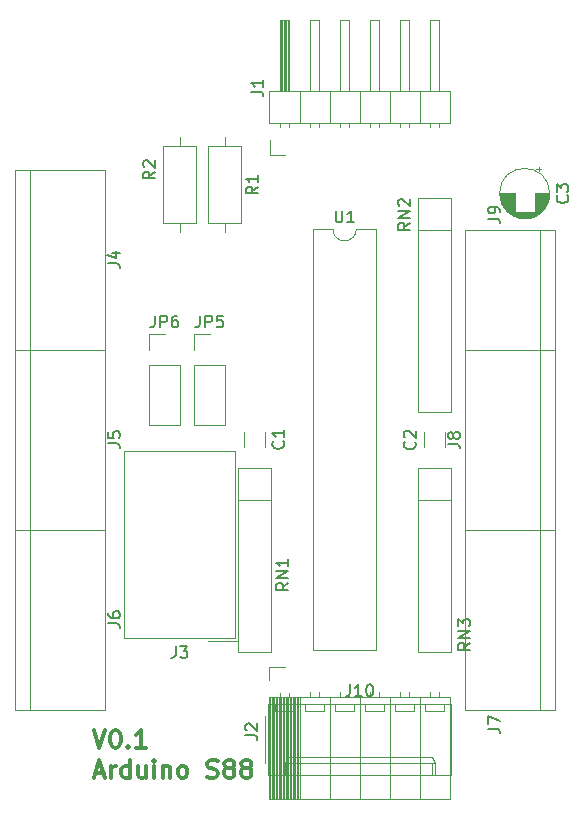
<source format=gto>
G04 #@! TF.GenerationSoftware,KiCad,Pcbnew,(5.0.2)-1*
G04 #@! TF.CreationDate,2019-01-02T23:54:01+01:00*
G04 #@! TF.ProjectId,ArduinoS88,41726475-696e-46f5-9338-382e6b696361,rev?*
G04 #@! TF.SameCoordinates,Original*
G04 #@! TF.FileFunction,Legend,Top*
G04 #@! TF.FilePolarity,Positive*
%FSLAX46Y46*%
G04 Gerber Fmt 4.6, Leading zero omitted, Abs format (unit mm)*
G04 Created by KiCad (PCBNEW (5.0.2)-1) date 02.01.2019 23:54:01*
%MOMM*%
%LPD*%
G01*
G04 APERTURE LIST*
%ADD10C,0.300000*%
%ADD11C,0.120000*%
%ADD12C,0.150000*%
G04 APERTURE END LIST*
D10*
X77807857Y-80453571D02*
X78307857Y-81953571D01*
X78807857Y-80453571D01*
X79593571Y-80453571D02*
X79736428Y-80453571D01*
X79879285Y-80525000D01*
X79950714Y-80596428D01*
X80022142Y-80739285D01*
X80093571Y-81025000D01*
X80093571Y-81382142D01*
X80022142Y-81667857D01*
X79950714Y-81810714D01*
X79879285Y-81882142D01*
X79736428Y-81953571D01*
X79593571Y-81953571D01*
X79450714Y-81882142D01*
X79379285Y-81810714D01*
X79307857Y-81667857D01*
X79236428Y-81382142D01*
X79236428Y-81025000D01*
X79307857Y-80739285D01*
X79379285Y-80596428D01*
X79450714Y-80525000D01*
X79593571Y-80453571D01*
X80736428Y-81810714D02*
X80807857Y-81882142D01*
X80736428Y-81953571D01*
X80665000Y-81882142D01*
X80736428Y-81810714D01*
X80736428Y-81953571D01*
X82236428Y-81953571D02*
X81379285Y-81953571D01*
X81807857Y-81953571D02*
X81807857Y-80453571D01*
X81665000Y-80667857D01*
X81522142Y-80810714D01*
X81379285Y-80882142D01*
X77950714Y-84075000D02*
X78665000Y-84075000D01*
X77807857Y-84503571D02*
X78307857Y-83003571D01*
X78807857Y-84503571D01*
X79307857Y-84503571D02*
X79307857Y-83503571D01*
X79307857Y-83789285D02*
X79379285Y-83646428D01*
X79450714Y-83575000D01*
X79593571Y-83503571D01*
X79736428Y-83503571D01*
X80879285Y-84503571D02*
X80879285Y-83003571D01*
X80879285Y-84432142D02*
X80736428Y-84503571D01*
X80450714Y-84503571D01*
X80307857Y-84432142D01*
X80236428Y-84360714D01*
X80165000Y-84217857D01*
X80165000Y-83789285D01*
X80236428Y-83646428D01*
X80307857Y-83575000D01*
X80450714Y-83503571D01*
X80736428Y-83503571D01*
X80879285Y-83575000D01*
X82236428Y-83503571D02*
X82236428Y-84503571D01*
X81593571Y-83503571D02*
X81593571Y-84289285D01*
X81665000Y-84432142D01*
X81807857Y-84503571D01*
X82022142Y-84503571D01*
X82165000Y-84432142D01*
X82236428Y-84360714D01*
X82950714Y-84503571D02*
X82950714Y-83503571D01*
X82950714Y-83003571D02*
X82879285Y-83075000D01*
X82950714Y-83146428D01*
X83022142Y-83075000D01*
X82950714Y-83003571D01*
X82950714Y-83146428D01*
X83665000Y-83503571D02*
X83665000Y-84503571D01*
X83665000Y-83646428D02*
X83736428Y-83575000D01*
X83879285Y-83503571D01*
X84093571Y-83503571D01*
X84236428Y-83575000D01*
X84307857Y-83717857D01*
X84307857Y-84503571D01*
X85236428Y-84503571D02*
X85093571Y-84432142D01*
X85022142Y-84360714D01*
X84950714Y-84217857D01*
X84950714Y-83789285D01*
X85022142Y-83646428D01*
X85093571Y-83575000D01*
X85236428Y-83503571D01*
X85450714Y-83503571D01*
X85593571Y-83575000D01*
X85665000Y-83646428D01*
X85736428Y-83789285D01*
X85736428Y-84217857D01*
X85665000Y-84360714D01*
X85593571Y-84432142D01*
X85450714Y-84503571D01*
X85236428Y-84503571D01*
X87450714Y-84432142D02*
X87665000Y-84503571D01*
X88022142Y-84503571D01*
X88165000Y-84432142D01*
X88236428Y-84360714D01*
X88307857Y-84217857D01*
X88307857Y-84075000D01*
X88236428Y-83932142D01*
X88165000Y-83860714D01*
X88022142Y-83789285D01*
X87736428Y-83717857D01*
X87593571Y-83646428D01*
X87522142Y-83575000D01*
X87450714Y-83432142D01*
X87450714Y-83289285D01*
X87522142Y-83146428D01*
X87593571Y-83075000D01*
X87736428Y-83003571D01*
X88093571Y-83003571D01*
X88307857Y-83075000D01*
X89165000Y-83646428D02*
X89022142Y-83575000D01*
X88950714Y-83503571D01*
X88879285Y-83360714D01*
X88879285Y-83289285D01*
X88950714Y-83146428D01*
X89022142Y-83075000D01*
X89165000Y-83003571D01*
X89450714Y-83003571D01*
X89593571Y-83075000D01*
X89665000Y-83146428D01*
X89736428Y-83289285D01*
X89736428Y-83360714D01*
X89665000Y-83503571D01*
X89593571Y-83575000D01*
X89450714Y-83646428D01*
X89165000Y-83646428D01*
X89022142Y-83717857D01*
X88950714Y-83789285D01*
X88879285Y-83932142D01*
X88879285Y-84217857D01*
X88950714Y-84360714D01*
X89022142Y-84432142D01*
X89165000Y-84503571D01*
X89450714Y-84503571D01*
X89593571Y-84432142D01*
X89665000Y-84360714D01*
X89736428Y-84217857D01*
X89736428Y-83932142D01*
X89665000Y-83789285D01*
X89593571Y-83717857D01*
X89450714Y-83646428D01*
X90593571Y-83646428D02*
X90450714Y-83575000D01*
X90379285Y-83503571D01*
X90307857Y-83360714D01*
X90307857Y-83289285D01*
X90379285Y-83146428D01*
X90450714Y-83075000D01*
X90593571Y-83003571D01*
X90879285Y-83003571D01*
X91022142Y-83075000D01*
X91093571Y-83146428D01*
X91165000Y-83289285D01*
X91165000Y-83360714D01*
X91093571Y-83503571D01*
X91022142Y-83575000D01*
X90879285Y-83646428D01*
X90593571Y-83646428D01*
X90450714Y-83717857D01*
X90379285Y-83789285D01*
X90307857Y-83932142D01*
X90307857Y-84217857D01*
X90379285Y-84360714D01*
X90450714Y-84432142D01*
X90593571Y-84503571D01*
X90879285Y-84503571D01*
X91022142Y-84432142D01*
X91093571Y-84360714D01*
X91165000Y-84217857D01*
X91165000Y-83932142D01*
X91093571Y-83789285D01*
X91022142Y-83717857D01*
X90879285Y-83646428D01*
D11*
G04 #@! TO.C,J3*
X80415000Y-72660000D02*
X80415000Y-56880000D01*
X80415000Y-56880000D02*
X89765000Y-56880000D01*
X89765000Y-56880000D02*
X89765000Y-72660000D01*
X89765000Y-72660000D02*
X80415000Y-72660000D01*
X90015000Y-72910000D02*
X90015000Y-70370000D01*
X90015000Y-72910000D02*
X87475000Y-72910000D01*
G04 #@! TO.C,U1*
X101710000Y-38040000D02*
X100060000Y-38040000D01*
X101710000Y-73720000D02*
X101710000Y-38040000D01*
X96410000Y-73720000D02*
X101710000Y-73720000D01*
X96410000Y-38040000D02*
X96410000Y-73720000D01*
X98060000Y-38040000D02*
X96410000Y-38040000D01*
X100060000Y-38040000D02*
G75*
G02X98060000Y-38040000I-1000000J0D01*
G01*
G04 #@! TO.C,J2*
X92650000Y-76200000D02*
X92650000Y-75090000D01*
X92650000Y-75090000D02*
X93980000Y-75090000D01*
X92650000Y-86290000D02*
X108010000Y-86290000D01*
X108010000Y-86290000D02*
X108010000Y-77660000D01*
X92650000Y-77660000D02*
X108010000Y-77660000D01*
X92650000Y-86290000D02*
X92650000Y-77660000D01*
X105410000Y-86290000D02*
X105410000Y-77660000D01*
X102870000Y-86290000D02*
X102870000Y-77660000D01*
X100330000Y-86290000D02*
X100330000Y-77660000D01*
X97790000Y-86290000D02*
X97790000Y-77660000D01*
X95250000Y-86290000D02*
X95250000Y-77660000D01*
X107040000Y-77660000D02*
X107040000Y-77250000D01*
X106320000Y-77660000D02*
X106320000Y-77250000D01*
X104500000Y-77660000D02*
X104500000Y-77250000D01*
X103780000Y-77660000D02*
X103780000Y-77250000D01*
X101960000Y-77660000D02*
X101960000Y-77250000D01*
X101240000Y-77660000D02*
X101240000Y-77250000D01*
X99420000Y-77660000D02*
X99420000Y-77250000D01*
X98700000Y-77660000D02*
X98700000Y-77250000D01*
X96880000Y-77660000D02*
X96880000Y-77250000D01*
X96160000Y-77660000D02*
X96160000Y-77250000D01*
X94340000Y-77660000D02*
X94340000Y-77310000D01*
X93620000Y-77660000D02*
X93620000Y-77310000D01*
X95131900Y-86290000D02*
X95131900Y-77660000D01*
X95013805Y-86290000D02*
X95013805Y-77660000D01*
X94895710Y-86290000D02*
X94895710Y-77660000D01*
X94777615Y-86290000D02*
X94777615Y-77660000D01*
X94659520Y-86290000D02*
X94659520Y-77660000D01*
X94541425Y-86290000D02*
X94541425Y-77660000D01*
X94423330Y-86290000D02*
X94423330Y-77660000D01*
X94305235Y-86290000D02*
X94305235Y-77660000D01*
X94187140Y-86290000D02*
X94187140Y-77660000D01*
X94069045Y-86290000D02*
X94069045Y-77660000D01*
X93950950Y-86290000D02*
X93950950Y-77660000D01*
X93832855Y-86290000D02*
X93832855Y-77660000D01*
X93714760Y-86290000D02*
X93714760Y-77660000D01*
X93596665Y-86290000D02*
X93596665Y-77660000D01*
X93478570Y-86290000D02*
X93478570Y-77660000D01*
X93360475Y-86290000D02*
X93360475Y-77660000D01*
X93242380Y-86290000D02*
X93242380Y-77660000D01*
X93124285Y-86290000D02*
X93124285Y-77660000D01*
X93006190Y-86290000D02*
X93006190Y-77660000D01*
X92888095Y-86290000D02*
X92888095Y-77660000D01*
X92770000Y-86290000D02*
X92770000Y-77660000D01*
G04 #@! TO.C,J1*
X92710000Y-31750000D02*
X92710000Y-30480000D01*
X93980000Y-31750000D02*
X92710000Y-31750000D01*
X107060000Y-29437071D02*
X107060000Y-29040000D01*
X106300000Y-29437071D02*
X106300000Y-29040000D01*
X107060000Y-20380000D02*
X107060000Y-26380000D01*
X106300000Y-20380000D02*
X107060000Y-20380000D01*
X106300000Y-26380000D02*
X106300000Y-20380000D01*
X105410000Y-29040000D02*
X105410000Y-26380000D01*
X104520000Y-29437071D02*
X104520000Y-29040000D01*
X103760000Y-29437071D02*
X103760000Y-29040000D01*
X104520000Y-20380000D02*
X104520000Y-26380000D01*
X103760000Y-20380000D02*
X104520000Y-20380000D01*
X103760000Y-26380000D02*
X103760000Y-20380000D01*
X102870000Y-29040000D02*
X102870000Y-26380000D01*
X101980000Y-29437071D02*
X101980000Y-29040000D01*
X101220000Y-29437071D02*
X101220000Y-29040000D01*
X101980000Y-20380000D02*
X101980000Y-26380000D01*
X101220000Y-20380000D02*
X101980000Y-20380000D01*
X101220000Y-26380000D02*
X101220000Y-20380000D01*
X100330000Y-29040000D02*
X100330000Y-26380000D01*
X99440000Y-29437071D02*
X99440000Y-29040000D01*
X98680000Y-29437071D02*
X98680000Y-29040000D01*
X99440000Y-20380000D02*
X99440000Y-26380000D01*
X98680000Y-20380000D02*
X99440000Y-20380000D01*
X98680000Y-26380000D02*
X98680000Y-20380000D01*
X97790000Y-29040000D02*
X97790000Y-26380000D01*
X96900000Y-29437071D02*
X96900000Y-29040000D01*
X96140000Y-29437071D02*
X96140000Y-29040000D01*
X96900000Y-20380000D02*
X96900000Y-26380000D01*
X96140000Y-20380000D02*
X96900000Y-20380000D01*
X96140000Y-26380000D02*
X96140000Y-20380000D01*
X95250000Y-29040000D02*
X95250000Y-26380000D01*
X94360000Y-29370000D02*
X94360000Y-29040000D01*
X93600000Y-29370000D02*
X93600000Y-29040000D01*
X94260000Y-26380000D02*
X94260000Y-20380000D01*
X94140000Y-26380000D02*
X94140000Y-20380000D01*
X94020000Y-26380000D02*
X94020000Y-20380000D01*
X93900000Y-26380000D02*
X93900000Y-20380000D01*
X93780000Y-26380000D02*
X93780000Y-20380000D01*
X93660000Y-26380000D02*
X93660000Y-20380000D01*
X94360000Y-20380000D02*
X94360000Y-26380000D01*
X93600000Y-20380000D02*
X94360000Y-20380000D01*
X93600000Y-26380000D02*
X93600000Y-20380000D01*
X92650000Y-26380000D02*
X92650000Y-29040000D01*
X108010000Y-26380000D02*
X92650000Y-26380000D01*
X108010000Y-29040000D02*
X108010000Y-26380000D01*
X92650000Y-29040000D02*
X108010000Y-29040000D01*
G04 #@! TO.C,RN2*
X108080000Y-38100000D02*
X105280000Y-38100000D01*
X108080000Y-53510000D02*
X108080000Y-35390000D01*
X105280000Y-53510000D02*
X108080000Y-53510000D01*
X105280000Y-35390000D02*
X105280000Y-53510000D01*
X108080000Y-35390000D02*
X105280000Y-35390000D01*
G04 #@! TO.C,C1*
X90520000Y-55231000D02*
X90520000Y-56489000D01*
X92360000Y-55231000D02*
X92360000Y-56489000D01*
G04 #@! TO.C,C2*
X107600000Y-56529000D02*
X107600000Y-55271000D01*
X105760000Y-56529000D02*
X105760000Y-55271000D01*
G04 #@! TO.C,C3*
X115695000Y-32970199D02*
X115295000Y-32970199D01*
X115495000Y-32770199D02*
X115495000Y-33170199D01*
X114670000Y-37121000D02*
X113930000Y-37121000D01*
X114837000Y-37081000D02*
X113763000Y-37081000D01*
X114964000Y-37041000D02*
X113636000Y-37041000D01*
X115068000Y-37001000D02*
X113532000Y-37001000D01*
X115159000Y-36961000D02*
X113441000Y-36961000D01*
X115240000Y-36921000D02*
X113360000Y-36921000D01*
X115313000Y-36881000D02*
X113287000Y-36881000D01*
X115380000Y-36841000D02*
X113220000Y-36841000D01*
X115442000Y-36801000D02*
X113158000Y-36801000D01*
X115500000Y-36761000D02*
X113100000Y-36761000D01*
X115554000Y-36721000D02*
X113046000Y-36721000D01*
X115604000Y-36681000D02*
X112996000Y-36681000D01*
X115651000Y-36641000D02*
X112949000Y-36641000D01*
X113460000Y-36601000D02*
X112904000Y-36601000D01*
X115696000Y-36601000D02*
X115140000Y-36601000D01*
X113460000Y-36561000D02*
X112862000Y-36561000D01*
X115738000Y-36561000D02*
X115140000Y-36561000D01*
X113460000Y-36521000D02*
X112822000Y-36521000D01*
X115778000Y-36521000D02*
X115140000Y-36521000D01*
X113460000Y-36481000D02*
X112784000Y-36481000D01*
X115816000Y-36481000D02*
X115140000Y-36481000D01*
X113460000Y-36441000D02*
X112748000Y-36441000D01*
X115852000Y-36441000D02*
X115140000Y-36441000D01*
X113460000Y-36401000D02*
X112713000Y-36401000D01*
X115887000Y-36401000D02*
X115140000Y-36401000D01*
X113460000Y-36361000D02*
X112681000Y-36361000D01*
X115919000Y-36361000D02*
X115140000Y-36361000D01*
X113460000Y-36321000D02*
X112650000Y-36321000D01*
X115950000Y-36321000D02*
X115140000Y-36321000D01*
X113460000Y-36281000D02*
X112620000Y-36281000D01*
X115980000Y-36281000D02*
X115140000Y-36281000D01*
X113460000Y-36241000D02*
X112592000Y-36241000D01*
X116008000Y-36241000D02*
X115140000Y-36241000D01*
X113460000Y-36201000D02*
X112565000Y-36201000D01*
X116035000Y-36201000D02*
X115140000Y-36201000D01*
X113460000Y-36161000D02*
X112540000Y-36161000D01*
X116060000Y-36161000D02*
X115140000Y-36161000D01*
X113460000Y-36121000D02*
X112515000Y-36121000D01*
X116085000Y-36121000D02*
X115140000Y-36121000D01*
X113460000Y-36081000D02*
X112492000Y-36081000D01*
X116108000Y-36081000D02*
X115140000Y-36081000D01*
X113460000Y-36041000D02*
X112470000Y-36041000D01*
X116130000Y-36041000D02*
X115140000Y-36041000D01*
X113460000Y-36001000D02*
X112449000Y-36001000D01*
X116151000Y-36001000D02*
X115140000Y-36001000D01*
X113460000Y-35961000D02*
X112430000Y-35961000D01*
X116170000Y-35961000D02*
X115140000Y-35961000D01*
X113460000Y-35921000D02*
X112411000Y-35921000D01*
X116189000Y-35921000D02*
X115140000Y-35921000D01*
X113460000Y-35881000D02*
X112393000Y-35881000D01*
X116207000Y-35881000D02*
X115140000Y-35881000D01*
X113460000Y-35841000D02*
X112376000Y-35841000D01*
X116224000Y-35841000D02*
X115140000Y-35841000D01*
X113460000Y-35801000D02*
X112360000Y-35801000D01*
X116240000Y-35801000D02*
X115140000Y-35801000D01*
X113460000Y-35761000D02*
X112346000Y-35761000D01*
X116254000Y-35761000D02*
X115140000Y-35761000D01*
X113460000Y-35720000D02*
X112332000Y-35720000D01*
X116268000Y-35720000D02*
X115140000Y-35720000D01*
X113460000Y-35680000D02*
X112318000Y-35680000D01*
X116282000Y-35680000D02*
X115140000Y-35680000D01*
X113460000Y-35640000D02*
X112306000Y-35640000D01*
X116294000Y-35640000D02*
X115140000Y-35640000D01*
X113460000Y-35600000D02*
X112295000Y-35600000D01*
X116305000Y-35600000D02*
X115140000Y-35600000D01*
X113460000Y-35560000D02*
X112284000Y-35560000D01*
X116316000Y-35560000D02*
X115140000Y-35560000D01*
X113460000Y-35520000D02*
X112275000Y-35520000D01*
X116325000Y-35520000D02*
X115140000Y-35520000D01*
X113460000Y-35480000D02*
X112266000Y-35480000D01*
X116334000Y-35480000D02*
X115140000Y-35480000D01*
X113460000Y-35440000D02*
X112258000Y-35440000D01*
X116342000Y-35440000D02*
X115140000Y-35440000D01*
X113460000Y-35400000D02*
X112250000Y-35400000D01*
X116350000Y-35400000D02*
X115140000Y-35400000D01*
X113460000Y-35360000D02*
X112244000Y-35360000D01*
X116356000Y-35360000D02*
X115140000Y-35360000D01*
X113460000Y-35320000D02*
X112238000Y-35320000D01*
X116362000Y-35320000D02*
X115140000Y-35320000D01*
X113460000Y-35280000D02*
X112233000Y-35280000D01*
X116367000Y-35280000D02*
X115140000Y-35280000D01*
X113460000Y-35240000D02*
X112229000Y-35240000D01*
X116371000Y-35240000D02*
X115140000Y-35240000D01*
X113460000Y-35200000D02*
X112226000Y-35200000D01*
X116374000Y-35200000D02*
X115140000Y-35200000D01*
X113460000Y-35160000D02*
X112223000Y-35160000D01*
X116377000Y-35160000D02*
X115140000Y-35160000D01*
X116379000Y-35120000D02*
X115140000Y-35120000D01*
X113460000Y-35120000D02*
X112221000Y-35120000D01*
X116380000Y-35080000D02*
X115140000Y-35080000D01*
X113460000Y-35080000D02*
X112220000Y-35080000D01*
X116380000Y-35040000D02*
X115140000Y-35040000D01*
X113460000Y-35040000D02*
X112220000Y-35040000D01*
X116420000Y-35040000D02*
G75*
G03X116420000Y-35040000I-2120000J0D01*
G01*
G04 #@! TO.C,J4*
X71120000Y-33020000D02*
X71120000Y-48260000D01*
X78740000Y-33020000D02*
X78740000Y-48260000D01*
X72390000Y-33020000D02*
X72390000Y-48260000D01*
X71120000Y-48260000D02*
X78740000Y-48260000D01*
X71120000Y-33020000D02*
X78740000Y-33020000D01*
G04 #@! TO.C,J5*
X71120000Y-48260000D02*
X71120000Y-63500000D01*
X78740000Y-48260000D02*
X78740000Y-63500000D01*
X72390000Y-48260000D02*
X72390000Y-63500000D01*
X71120000Y-63500000D02*
X78740000Y-63500000D01*
X71120000Y-48260000D02*
X78740000Y-48260000D01*
G04 #@! TO.C,J6*
X71120000Y-63500000D02*
X71120000Y-78740000D01*
X78740000Y-63500000D02*
X78740000Y-78740000D01*
X72390000Y-63500000D02*
X72390000Y-78740000D01*
X71120000Y-78740000D02*
X78740000Y-78740000D01*
X71120000Y-63500000D02*
X78740000Y-63500000D01*
G04 #@! TO.C,J7*
X116840000Y-78740000D02*
X116840000Y-63500000D01*
X109220000Y-78740000D02*
X109220000Y-63500000D01*
X115570000Y-78740000D02*
X115570000Y-63500000D01*
X116840000Y-63500000D02*
X109220000Y-63500000D01*
X116840000Y-78740000D02*
X109220000Y-78740000D01*
G04 #@! TO.C,J8*
X116840000Y-63500000D02*
X116840000Y-48260000D01*
X109220000Y-63500000D02*
X109220000Y-48260000D01*
X115570000Y-63500000D02*
X115570000Y-48260000D01*
X116840000Y-48260000D02*
X109220000Y-48260000D01*
X116840000Y-63500000D02*
X109220000Y-63500000D01*
G04 #@! TO.C,J9*
X116840000Y-48260000D02*
X116840000Y-38100000D01*
X109220000Y-48260000D02*
X116840000Y-48260000D01*
X109220000Y-38100000D02*
X109220000Y-48260000D01*
X116840000Y-38100000D02*
X109220000Y-38100000D01*
X115570000Y-38100000D02*
X115570000Y-48260000D01*
G04 #@! TO.C,JP5*
X86300000Y-46930000D02*
X87630000Y-46930000D01*
X86300000Y-48260000D02*
X86300000Y-46930000D01*
X86300000Y-49530000D02*
X88960000Y-49530000D01*
X88960000Y-49530000D02*
X88960000Y-54670000D01*
X86300000Y-49530000D02*
X86300000Y-54670000D01*
X86300000Y-54670000D02*
X88960000Y-54670000D01*
G04 #@! TO.C,JP6*
X82490000Y-46930000D02*
X83820000Y-46930000D01*
X82490000Y-48260000D02*
X82490000Y-46930000D01*
X82490000Y-49530000D02*
X85150000Y-49530000D01*
X85150000Y-49530000D02*
X85150000Y-54670000D01*
X82490000Y-49530000D02*
X82490000Y-54670000D01*
X82490000Y-54670000D02*
X85150000Y-54670000D01*
G04 #@! TO.C,R1*
X88900000Y-38330000D02*
X88900000Y-37560000D01*
X88900000Y-30250000D02*
X88900000Y-31020000D01*
X90270000Y-37560000D02*
X90270000Y-31020000D01*
X87530000Y-37560000D02*
X90270000Y-37560000D01*
X87530000Y-31020000D02*
X87530000Y-37560000D01*
X90270000Y-31020000D02*
X87530000Y-31020000D01*
G04 #@! TO.C,R2*
X85090000Y-38330000D02*
X85090000Y-37560000D01*
X85090000Y-30250000D02*
X85090000Y-31020000D01*
X86460000Y-37560000D02*
X86460000Y-31020000D01*
X83720000Y-37560000D02*
X86460000Y-37560000D01*
X83720000Y-31020000D02*
X83720000Y-37560000D01*
X86460000Y-31020000D02*
X83720000Y-31020000D01*
G04 #@! TO.C,RN1*
X92840000Y-60960000D02*
X90040000Y-60960000D01*
X92840000Y-73830000D02*
X92840000Y-58250000D01*
X90040000Y-73830000D02*
X92840000Y-73830000D01*
X90040000Y-58250000D02*
X90040000Y-73830000D01*
X92840000Y-58250000D02*
X90040000Y-58250000D01*
G04 #@! TO.C,RN3*
X108080000Y-58250000D02*
X105280000Y-58250000D01*
X105280000Y-58250000D02*
X105280000Y-73830000D01*
X105280000Y-73830000D02*
X108080000Y-73830000D01*
X108080000Y-73830000D02*
X108080000Y-58250000D01*
X108080000Y-60960000D02*
X105280000Y-60960000D01*
G04 #@! TO.C,J10*
X92600000Y-78250000D02*
X92600000Y-84270000D01*
X92600000Y-84270000D02*
X108060000Y-84270000D01*
X108060000Y-84270000D02*
X108060000Y-78250000D01*
X108060000Y-78250000D02*
X92600000Y-78250000D01*
X92310000Y-79280000D02*
X92310000Y-83280000D01*
X93980000Y-84270000D02*
X93980000Y-83270000D01*
X93980000Y-83270000D02*
X106680000Y-83270000D01*
X106680000Y-83270000D02*
X106680000Y-84270000D01*
X93980000Y-83270000D02*
X94230000Y-82740000D01*
X94230000Y-82740000D02*
X106430000Y-82740000D01*
X106430000Y-82740000D02*
X106680000Y-83270000D01*
X94230000Y-84270000D02*
X94230000Y-83270000D01*
X106430000Y-84270000D02*
X106430000Y-83270000D01*
X93180000Y-78250000D02*
X93180000Y-78850000D01*
X93180000Y-78850000D02*
X94780000Y-78850000D01*
X94780000Y-78850000D02*
X94780000Y-78250000D01*
X95720000Y-78250000D02*
X95720000Y-78850000D01*
X95720000Y-78850000D02*
X97320000Y-78850000D01*
X97320000Y-78850000D02*
X97320000Y-78250000D01*
X98260000Y-78250000D02*
X98260000Y-78850000D01*
X98260000Y-78850000D02*
X99860000Y-78850000D01*
X99860000Y-78850000D02*
X99860000Y-78250000D01*
X100800000Y-78250000D02*
X100800000Y-78850000D01*
X100800000Y-78850000D02*
X102400000Y-78850000D01*
X102400000Y-78850000D02*
X102400000Y-78250000D01*
X103340000Y-78250000D02*
X103340000Y-78850000D01*
X103340000Y-78850000D02*
X104940000Y-78850000D01*
X104940000Y-78850000D02*
X104940000Y-78250000D01*
X105880000Y-78250000D02*
X105880000Y-78850000D01*
X105880000Y-78850000D02*
X107480000Y-78850000D01*
X107480000Y-78850000D02*
X107480000Y-78250000D01*
G04 #@! TO.C,J3*
D12*
X84756666Y-73366380D02*
X84756666Y-74080666D01*
X84709047Y-74223523D01*
X84613809Y-74318761D01*
X84470952Y-74366380D01*
X84375714Y-74366380D01*
X85137619Y-73366380D02*
X85756666Y-73366380D01*
X85423333Y-73747333D01*
X85566190Y-73747333D01*
X85661428Y-73794952D01*
X85709047Y-73842571D01*
X85756666Y-73937809D01*
X85756666Y-74175904D01*
X85709047Y-74271142D01*
X85661428Y-74318761D01*
X85566190Y-74366380D01*
X85280476Y-74366380D01*
X85185238Y-74318761D01*
X85137619Y-74271142D01*
G04 #@! TO.C,U1*
X98298095Y-36492380D02*
X98298095Y-37301904D01*
X98345714Y-37397142D01*
X98393333Y-37444761D01*
X98488571Y-37492380D01*
X98679047Y-37492380D01*
X98774285Y-37444761D01*
X98821904Y-37397142D01*
X98869523Y-37301904D01*
X98869523Y-36492380D01*
X99869523Y-37492380D02*
X99298095Y-37492380D01*
X99583809Y-37492380D02*
X99583809Y-36492380D01*
X99488571Y-36635238D01*
X99393333Y-36730476D01*
X99298095Y-36778095D01*
G04 #@! TO.C,J2*
X90662380Y-80913333D02*
X91376666Y-80913333D01*
X91519523Y-80960952D01*
X91614761Y-81056190D01*
X91662380Y-81199047D01*
X91662380Y-81294285D01*
X90757619Y-80484761D02*
X90710000Y-80437142D01*
X90662380Y-80341904D01*
X90662380Y-80103809D01*
X90710000Y-80008571D01*
X90757619Y-79960952D01*
X90852857Y-79913333D01*
X90948095Y-79913333D01*
X91090952Y-79960952D01*
X91662380Y-80532380D01*
X91662380Y-79913333D01*
G04 #@! TO.C,J1*
X91162380Y-26428333D02*
X91876666Y-26428333D01*
X92019523Y-26475952D01*
X92114761Y-26571190D01*
X92162380Y-26714047D01*
X92162380Y-26809285D01*
X92162380Y-25428333D02*
X92162380Y-25999761D01*
X92162380Y-25714047D02*
X91162380Y-25714047D01*
X91305238Y-25809285D01*
X91400476Y-25904523D01*
X91448095Y-25999761D01*
G04 #@! TO.C,RN2*
X104592380Y-37520476D02*
X104116190Y-37853809D01*
X104592380Y-38091904D02*
X103592380Y-38091904D01*
X103592380Y-37710952D01*
X103640000Y-37615714D01*
X103687619Y-37568095D01*
X103782857Y-37520476D01*
X103925714Y-37520476D01*
X104020952Y-37568095D01*
X104068571Y-37615714D01*
X104116190Y-37710952D01*
X104116190Y-38091904D01*
X104592380Y-37091904D02*
X103592380Y-37091904D01*
X104592380Y-36520476D01*
X103592380Y-36520476D01*
X103687619Y-36091904D02*
X103640000Y-36044285D01*
X103592380Y-35949047D01*
X103592380Y-35710952D01*
X103640000Y-35615714D01*
X103687619Y-35568095D01*
X103782857Y-35520476D01*
X103878095Y-35520476D01*
X104020952Y-35568095D01*
X104592380Y-36139523D01*
X104592380Y-35520476D01*
G04 #@! TO.C,C1*
X93847142Y-56026666D02*
X93894761Y-56074285D01*
X93942380Y-56217142D01*
X93942380Y-56312380D01*
X93894761Y-56455238D01*
X93799523Y-56550476D01*
X93704285Y-56598095D01*
X93513809Y-56645714D01*
X93370952Y-56645714D01*
X93180476Y-56598095D01*
X93085238Y-56550476D01*
X92990000Y-56455238D01*
X92942380Y-56312380D01*
X92942380Y-56217142D01*
X92990000Y-56074285D01*
X93037619Y-56026666D01*
X93942380Y-55074285D02*
X93942380Y-55645714D01*
X93942380Y-55360000D02*
X92942380Y-55360000D01*
X93085238Y-55455238D01*
X93180476Y-55550476D01*
X93228095Y-55645714D01*
G04 #@! TO.C,C2*
X104987142Y-56066666D02*
X105034761Y-56114285D01*
X105082380Y-56257142D01*
X105082380Y-56352380D01*
X105034761Y-56495238D01*
X104939523Y-56590476D01*
X104844285Y-56638095D01*
X104653809Y-56685714D01*
X104510952Y-56685714D01*
X104320476Y-56638095D01*
X104225238Y-56590476D01*
X104130000Y-56495238D01*
X104082380Y-56352380D01*
X104082380Y-56257142D01*
X104130000Y-56114285D01*
X104177619Y-56066666D01*
X104177619Y-55685714D02*
X104130000Y-55638095D01*
X104082380Y-55542857D01*
X104082380Y-55304761D01*
X104130000Y-55209523D01*
X104177619Y-55161904D01*
X104272857Y-55114285D01*
X104368095Y-55114285D01*
X104510952Y-55161904D01*
X105082380Y-55733333D01*
X105082380Y-55114285D01*
G04 #@! TO.C,C3*
X117907142Y-35206666D02*
X117954761Y-35254285D01*
X118002380Y-35397142D01*
X118002380Y-35492380D01*
X117954761Y-35635238D01*
X117859523Y-35730476D01*
X117764285Y-35778095D01*
X117573809Y-35825714D01*
X117430952Y-35825714D01*
X117240476Y-35778095D01*
X117145238Y-35730476D01*
X117050000Y-35635238D01*
X117002380Y-35492380D01*
X117002380Y-35397142D01*
X117050000Y-35254285D01*
X117097619Y-35206666D01*
X117002380Y-34873333D02*
X117002380Y-34254285D01*
X117383333Y-34587619D01*
X117383333Y-34444761D01*
X117430952Y-34349523D01*
X117478571Y-34301904D01*
X117573809Y-34254285D01*
X117811904Y-34254285D01*
X117907142Y-34301904D01*
X117954761Y-34349523D01*
X118002380Y-34444761D01*
X118002380Y-34730476D01*
X117954761Y-34825714D01*
X117907142Y-34873333D01*
G04 #@! TO.C,J4*
X79032380Y-40943333D02*
X79746666Y-40943333D01*
X79889523Y-40990952D01*
X79984761Y-41086190D01*
X80032380Y-41229047D01*
X80032380Y-41324285D01*
X79365714Y-40038571D02*
X80032380Y-40038571D01*
X78984761Y-40276666D02*
X79699047Y-40514761D01*
X79699047Y-39895714D01*
G04 #@! TO.C,J5*
X79032380Y-56183333D02*
X79746666Y-56183333D01*
X79889523Y-56230952D01*
X79984761Y-56326190D01*
X80032380Y-56469047D01*
X80032380Y-56564285D01*
X79032380Y-55230952D02*
X79032380Y-55707142D01*
X79508571Y-55754761D01*
X79460952Y-55707142D01*
X79413333Y-55611904D01*
X79413333Y-55373809D01*
X79460952Y-55278571D01*
X79508571Y-55230952D01*
X79603809Y-55183333D01*
X79841904Y-55183333D01*
X79937142Y-55230952D01*
X79984761Y-55278571D01*
X80032380Y-55373809D01*
X80032380Y-55611904D01*
X79984761Y-55707142D01*
X79937142Y-55754761D01*
G04 #@! TO.C,J6*
X79032380Y-71423333D02*
X79746666Y-71423333D01*
X79889523Y-71470952D01*
X79984761Y-71566190D01*
X80032380Y-71709047D01*
X80032380Y-71804285D01*
X79032380Y-70518571D02*
X79032380Y-70709047D01*
X79080000Y-70804285D01*
X79127619Y-70851904D01*
X79270476Y-70947142D01*
X79460952Y-70994761D01*
X79841904Y-70994761D01*
X79937142Y-70947142D01*
X79984761Y-70899523D01*
X80032380Y-70804285D01*
X80032380Y-70613809D01*
X79984761Y-70518571D01*
X79937142Y-70470952D01*
X79841904Y-70423333D01*
X79603809Y-70423333D01*
X79508571Y-70470952D01*
X79460952Y-70518571D01*
X79413333Y-70613809D01*
X79413333Y-70804285D01*
X79460952Y-70899523D01*
X79508571Y-70947142D01*
X79603809Y-70994761D01*
G04 #@! TO.C,J7*
X111212380Y-80343333D02*
X111926666Y-80343333D01*
X112069523Y-80390952D01*
X112164761Y-80486190D01*
X112212380Y-80629047D01*
X112212380Y-80724285D01*
X111212380Y-79962380D02*
X111212380Y-79295714D01*
X112212380Y-79724285D01*
G04 #@! TO.C,J8*
X107832380Y-56243333D02*
X108546666Y-56243333D01*
X108689523Y-56290952D01*
X108784761Y-56386190D01*
X108832380Y-56529047D01*
X108832380Y-56624285D01*
X108260952Y-55624285D02*
X108213333Y-55719523D01*
X108165714Y-55767142D01*
X108070476Y-55814761D01*
X108022857Y-55814761D01*
X107927619Y-55767142D01*
X107880000Y-55719523D01*
X107832380Y-55624285D01*
X107832380Y-55433809D01*
X107880000Y-55338571D01*
X107927619Y-55290952D01*
X108022857Y-55243333D01*
X108070476Y-55243333D01*
X108165714Y-55290952D01*
X108213333Y-55338571D01*
X108260952Y-55433809D01*
X108260952Y-55624285D01*
X108308571Y-55719523D01*
X108356190Y-55767142D01*
X108451428Y-55814761D01*
X108641904Y-55814761D01*
X108737142Y-55767142D01*
X108784761Y-55719523D01*
X108832380Y-55624285D01*
X108832380Y-55433809D01*
X108784761Y-55338571D01*
X108737142Y-55290952D01*
X108641904Y-55243333D01*
X108451428Y-55243333D01*
X108356190Y-55290952D01*
X108308571Y-55338571D01*
X108260952Y-55433809D01*
G04 #@! TO.C,J9*
X111212380Y-37163333D02*
X111926666Y-37163333D01*
X112069523Y-37210952D01*
X112164761Y-37306190D01*
X112212380Y-37449047D01*
X112212380Y-37544285D01*
X112212380Y-36639523D02*
X112212380Y-36449047D01*
X112164761Y-36353809D01*
X112117142Y-36306190D01*
X111974285Y-36210952D01*
X111783809Y-36163333D01*
X111402857Y-36163333D01*
X111307619Y-36210952D01*
X111260000Y-36258571D01*
X111212380Y-36353809D01*
X111212380Y-36544285D01*
X111260000Y-36639523D01*
X111307619Y-36687142D01*
X111402857Y-36734761D01*
X111640952Y-36734761D01*
X111736190Y-36687142D01*
X111783809Y-36639523D01*
X111831428Y-36544285D01*
X111831428Y-36353809D01*
X111783809Y-36258571D01*
X111736190Y-36210952D01*
X111640952Y-36163333D01*
G04 #@! TO.C,JP5*
X86796666Y-45382380D02*
X86796666Y-46096666D01*
X86749047Y-46239523D01*
X86653809Y-46334761D01*
X86510952Y-46382380D01*
X86415714Y-46382380D01*
X87272857Y-46382380D02*
X87272857Y-45382380D01*
X87653809Y-45382380D01*
X87749047Y-45430000D01*
X87796666Y-45477619D01*
X87844285Y-45572857D01*
X87844285Y-45715714D01*
X87796666Y-45810952D01*
X87749047Y-45858571D01*
X87653809Y-45906190D01*
X87272857Y-45906190D01*
X88749047Y-45382380D02*
X88272857Y-45382380D01*
X88225238Y-45858571D01*
X88272857Y-45810952D01*
X88368095Y-45763333D01*
X88606190Y-45763333D01*
X88701428Y-45810952D01*
X88749047Y-45858571D01*
X88796666Y-45953809D01*
X88796666Y-46191904D01*
X88749047Y-46287142D01*
X88701428Y-46334761D01*
X88606190Y-46382380D01*
X88368095Y-46382380D01*
X88272857Y-46334761D01*
X88225238Y-46287142D01*
G04 #@! TO.C,JP6*
X82986666Y-45382380D02*
X82986666Y-46096666D01*
X82939047Y-46239523D01*
X82843809Y-46334761D01*
X82700952Y-46382380D01*
X82605714Y-46382380D01*
X83462857Y-46382380D02*
X83462857Y-45382380D01*
X83843809Y-45382380D01*
X83939047Y-45430000D01*
X83986666Y-45477619D01*
X84034285Y-45572857D01*
X84034285Y-45715714D01*
X83986666Y-45810952D01*
X83939047Y-45858571D01*
X83843809Y-45906190D01*
X83462857Y-45906190D01*
X84891428Y-45382380D02*
X84700952Y-45382380D01*
X84605714Y-45430000D01*
X84558095Y-45477619D01*
X84462857Y-45620476D01*
X84415238Y-45810952D01*
X84415238Y-46191904D01*
X84462857Y-46287142D01*
X84510476Y-46334761D01*
X84605714Y-46382380D01*
X84796190Y-46382380D01*
X84891428Y-46334761D01*
X84939047Y-46287142D01*
X84986666Y-46191904D01*
X84986666Y-45953809D01*
X84939047Y-45858571D01*
X84891428Y-45810952D01*
X84796190Y-45763333D01*
X84605714Y-45763333D01*
X84510476Y-45810952D01*
X84462857Y-45858571D01*
X84415238Y-45953809D01*
G04 #@! TO.C,R1*
X91722380Y-34456666D02*
X91246190Y-34790000D01*
X91722380Y-35028095D02*
X90722380Y-35028095D01*
X90722380Y-34647142D01*
X90770000Y-34551904D01*
X90817619Y-34504285D01*
X90912857Y-34456666D01*
X91055714Y-34456666D01*
X91150952Y-34504285D01*
X91198571Y-34551904D01*
X91246190Y-34647142D01*
X91246190Y-35028095D01*
X91722380Y-33504285D02*
X91722380Y-34075714D01*
X91722380Y-33790000D02*
X90722380Y-33790000D01*
X90865238Y-33885238D01*
X90960476Y-33980476D01*
X91008095Y-34075714D01*
G04 #@! TO.C,R2*
X83002380Y-33186666D02*
X82526190Y-33520000D01*
X83002380Y-33758095D02*
X82002380Y-33758095D01*
X82002380Y-33377142D01*
X82050000Y-33281904D01*
X82097619Y-33234285D01*
X82192857Y-33186666D01*
X82335714Y-33186666D01*
X82430952Y-33234285D01*
X82478571Y-33281904D01*
X82526190Y-33377142D01*
X82526190Y-33758095D01*
X82097619Y-32805714D02*
X82050000Y-32758095D01*
X82002380Y-32662857D01*
X82002380Y-32424761D01*
X82050000Y-32329523D01*
X82097619Y-32281904D01*
X82192857Y-32234285D01*
X82288095Y-32234285D01*
X82430952Y-32281904D01*
X83002380Y-32853333D01*
X83002380Y-32234285D01*
G04 #@! TO.C,RN1*
X94292380Y-68000476D02*
X93816190Y-68333809D01*
X94292380Y-68571904D02*
X93292380Y-68571904D01*
X93292380Y-68190952D01*
X93340000Y-68095714D01*
X93387619Y-68048095D01*
X93482857Y-68000476D01*
X93625714Y-68000476D01*
X93720952Y-68048095D01*
X93768571Y-68095714D01*
X93816190Y-68190952D01*
X93816190Y-68571904D01*
X94292380Y-67571904D02*
X93292380Y-67571904D01*
X94292380Y-67000476D01*
X93292380Y-67000476D01*
X94292380Y-66000476D02*
X94292380Y-66571904D01*
X94292380Y-66286190D02*
X93292380Y-66286190D01*
X93435238Y-66381428D01*
X93530476Y-66476666D01*
X93578095Y-66571904D01*
G04 #@! TO.C,RN3*
X109672380Y-73080476D02*
X109196190Y-73413809D01*
X109672380Y-73651904D02*
X108672380Y-73651904D01*
X108672380Y-73270952D01*
X108720000Y-73175714D01*
X108767619Y-73128095D01*
X108862857Y-73080476D01*
X109005714Y-73080476D01*
X109100952Y-73128095D01*
X109148571Y-73175714D01*
X109196190Y-73270952D01*
X109196190Y-73651904D01*
X109672380Y-72651904D02*
X108672380Y-72651904D01*
X109672380Y-72080476D01*
X108672380Y-72080476D01*
X108672380Y-71699523D02*
X108672380Y-71080476D01*
X109053333Y-71413809D01*
X109053333Y-71270952D01*
X109100952Y-71175714D01*
X109148571Y-71128095D01*
X109243809Y-71080476D01*
X109481904Y-71080476D01*
X109577142Y-71128095D01*
X109624761Y-71175714D01*
X109672380Y-71270952D01*
X109672380Y-71556666D01*
X109624761Y-71651904D01*
X109577142Y-71699523D01*
G04 #@! TO.C,J10*
X99520476Y-76612380D02*
X99520476Y-77326666D01*
X99472857Y-77469523D01*
X99377619Y-77564761D01*
X99234761Y-77612380D01*
X99139523Y-77612380D01*
X100520476Y-77612380D02*
X99949047Y-77612380D01*
X100234761Y-77612380D02*
X100234761Y-76612380D01*
X100139523Y-76755238D01*
X100044285Y-76850476D01*
X99949047Y-76898095D01*
X101139523Y-76612380D02*
X101234761Y-76612380D01*
X101330000Y-76660000D01*
X101377619Y-76707619D01*
X101425238Y-76802857D01*
X101472857Y-76993333D01*
X101472857Y-77231428D01*
X101425238Y-77421904D01*
X101377619Y-77517142D01*
X101330000Y-77564761D01*
X101234761Y-77612380D01*
X101139523Y-77612380D01*
X101044285Y-77564761D01*
X100996666Y-77517142D01*
X100949047Y-77421904D01*
X100901428Y-77231428D01*
X100901428Y-76993333D01*
X100949047Y-76802857D01*
X100996666Y-76707619D01*
X101044285Y-76660000D01*
X101139523Y-76612380D01*
G04 #@! TD*
M02*

</source>
